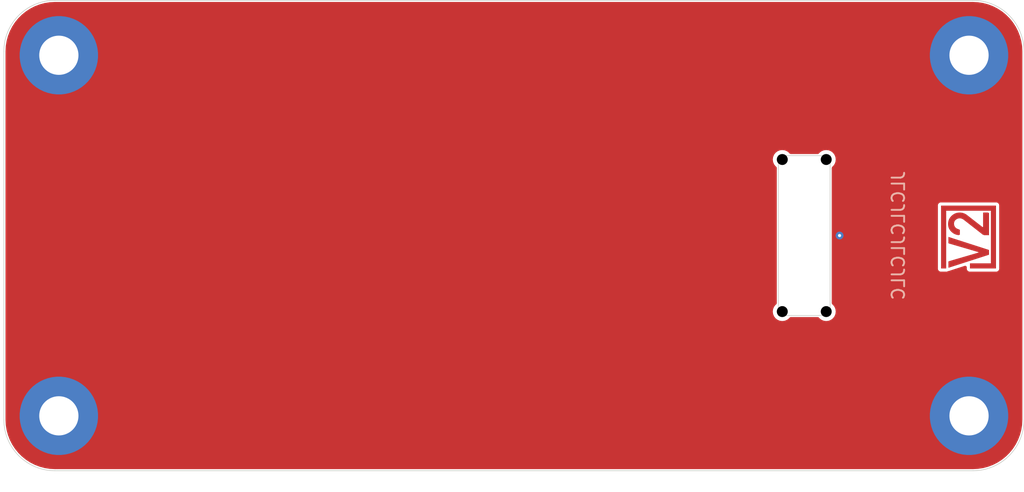
<source format=kicad_pcb>
(kicad_pcb (version 20240108) (generator "pcbnew") (generator_version "8.0")
  (title_block (date "2023-10-11") (rev "1"))
  (layers (0 "F.Cu" signal "Front") (31 "B.Cu" signal "Back") (36 "B.SilkS" user "B.Silkscreen") (37 "F.SilkS" user "F.Silkscreen") (38 "B.Mask" user) (39 "F.Mask" user) (44 "Edge.Cuts" user))
  (property "Order-Number" "JLCJLCJLCJLC")
  (net 0 "")
  (net 1 "GND")
  (footprint "V2_PCB_Devices:PCB_Button-top" (layer "F.Cu") (at 168 100)
    (property "Reference" "SWT101" (hide yes))
    (property "Value" "Button-top" (hide yes))
    (fp_line (start -1.65 -5.1) (end 1.65 -5.1) (stroke (width 0.05)) (layer "Edge.Cuts"))
    (fp_line (start -1.65 5.1) (end -1.65 -5.1) (stroke (width 0.05)) (layer "Edge.Cuts"))
    (fp_line (start 1.65 -5.1) (end 1.65 5.1) (stroke (width 0.05)) (layer "Edge.Cuts"))
    (fp_line (start 1.65 5.1) (end -1.65 5.1) (stroke (width 0.05)) (layer "Edge.Cuts"))
    (pad "" np_thru_hole circle (at -1.4 -4.85) (size 0.7 0.7) (drill 0.7) (layers "*.Mask"))
    (pad "" np_thru_hole circle (at -1.4 4.85) (size 0.7 0.7) (drill 0.7) (layers "*.Mask"))
    (pad "" np_thru_hole circle (at 1.4 -4.85) (size 0.7 0.7) (drill 0.7) (layers "*.Mask"))
    (pad "" np_thru_hole circle (at 1.4 4.85) (size 0.7 0.7) (drill 0.7) (layers "*.Mask"))
  )
  (footprint "V2_Mechanical:MountingHole_2.5mm_Pad_5mm" (layer "F.Cu") (at 178.5 111.5)
    (property "Reference" "H101" (hide yes))
    (property "Value" "Mounting_Hole" (hide yes))
    (pad "1" thru_hole custom (at 0 0) (size 5 5) (drill 2.5) (layers "*.Cu" "*.Mask") (net 1 "GND") (options (clearance outline) (anchor circle)) (primitives (gr_bbox (start -0.75 -0.75) (end 0.75 0.75) (fill no))))
  )
  (footprint "V2_Artwork:Logo_Small" (layer "F.Cu") (at 178.5 100 90)
    (property "Reference" "ICON101" (hide yes))
    (property "Value" "V2-logo" (hide yes))
    (fp_poly (pts (xy 1.91 1.7195) (xy -2.1005 1.7195) (xy -2.1005 0.0585) (xy -1.773 0.0585) (xy -1.773 1.392) (xy 1.5825 1.392) (xy 1.5825 -1.4555) (xy -2.1005 -1.4555) (xy -2.1005 -1.783) (xy 1.91 -1.783)) (fill solid) (layer "F.Cu"))
    (fp_poly (pts (xy -1.617677 -1.221322) (xy -1.084635 0.601822) (xy -1.059048 0.604213) (xy -0.526231 -1.218162) (xy -0.494416 -1.314387) (xy -0.190339 -1.314387) (xy -0.085353 -1.31286) (xy -0.918222 1.270316) (xy -1.019731 1.273487) (xy -1.223737 1.273487) (xy -2.056569 -1.309583) (xy -1.95594 -1.314387) (xy -1.651908 -1.314387)) (fill solid) (layer "F.Cu"))
    (fp_poly (pts (xy 0.862421 -1.32688) (xy 0.960344 -1.303887) (xy 1.053932 -1.266924) (xy 1.140943 -1.216397) (xy 1.219701 -1.153847) (xy 1.289786 -1.081749) (xy 1.350542 -1.001625) (xy 1.399768 -0.913898) (xy 1.435918 -0.820016) (xy 1.458468 -0.722) (xy 1.467956 -0.621911) (xy 1.465544 -0.521418) (xy 1.450928 -0.421932) (xy 1.422941 -0.325314) (xy 1.381219 -0.233761) (xy 1.32667 -0.149382) (xy 0.531352 0.87181) (xy 0.569453 0.895459) (xy 1.36796 0.895459) (xy 1.468453 0.900054) (xy 1.468453 1.206089) (xy 1.430088 1.273471) (xy 0.0225 1.273487) (xy 0.0225 0.967661) (xy 0.055771 0.877369) (xy 0.979104 -0.30523) (xy 1.038253 -0.385132) (xy 1.080844 -0.473929) (xy 1.098164 -0.570885) (xy 1.091767 -0.669077) (xy 1.059415 -0.761986) (xy 1.005396 -0.844371) (xy 0.93265 -0.91011) (xy 0.842392 -0.947991) (xy 0.744555 -0.957379) (xy 0.647511 -0.941672) (xy 0.558941 -0.899254) (xy 0.485254 -0.834228) (xy 0.432401 -0.751364) (xy 0.402317 -0.656406) (xy 0.361353 -0.584278) (xy 0.055147 -0.584278) (xy 0.02538 -0.657535) (xy 0.039764 -0.758101) (xy 0.066781 -0.854983) (xy 0.107035 -0.947172) (xy 0.159906 -1.032748) (xy 0.223839 -1.110347) (xy 0.296655 -1.179682) (xy 0.377971 -1.238903) (xy 0.467163 -1.285515) (xy 0.562602 -1.317508) (xy 0.661819 -1.334283) (xy 0.76236 -1.336756)) (fill solid) (layer "F.Cu"))
    (zone (net 0) (net_name "") (layer "F.Cu") (connect_pads (clearance 0)) (min_thickness 0.254)
      (keepout (tracks not_allowed) (vias not_allowed) (pads not_allowed) (copperpour not_allowed) (footprints allowed))
      (fill (thermal_gap 0.508) (thermal_bridge_width 0.508))
      (polygon (pts (xy 180.3415 102.2225) (xy 180.3415 97.968) (xy 176.595 97.968) (xy 176.595 102.2225) (xy 177.13475 102.2225) (xy 178.4365 101.79705) (xy 178.4365 102.2225)))
    )
  )
  (footprint "V2_Mechanical:MountingHole_2.5mm_Pad_5mm" (layer "F.Cu") (at 120.5 111.5)
    (property "Reference" "H107" (hide yes))
    (property "Value" "Mounting_Hole" (hide yes))
    (pad "1" thru_hole custom (at 0 0) (size 5 5) (drill 2.5) (layers "*.Cu" "*.Mask") (net 1 "GND") (options (clearance outline) (anchor circle)) (primitives (gr_bbox (start -0.75 -0.75) (end 0.75 0.75) (fill no))))
  )
  (footprint "V2_RaspberryPi:Zero" (layer "F.Cu") (at 117 115)
    (property "Reference" "H108" (hide yes))
    (property "Value" "Val**" (hide yes))
    (fp_line (start 0 -26.75) (end 0 -3.25) (stroke (width 0.05)) (layer "Edge.Cuts"))
    (fp_line (start 3.25 -30) (end 61.75 -30) (stroke (width 0.05)) (layer "Edge.Cuts"))
    (fp_line (start 3.25 0) (end 61.75 0) (stroke (width 0.05)) (layer "Edge.Cuts"))
    (fp_line (start 65 -26.75) (end 65 -3.25) (stroke (width 0.05)) (layer "Edge.Cuts"))
    (fp_arc (start 0 -26.75) (mid 0.951903 -29.048097) (end 3.25 -30) (stroke (width 0.05)) (layer "Edge.Cuts"))
    (fp_arc (start 3.25 0) (mid 0.951903 -0.951903) (end 0 -3.25) (stroke (width 0.05)) (layer "Edge.Cuts"))
    (fp_arc (start 61.75 -30) (mid 64.048097 -29.048097) (end 65 -26.75) (stroke (width 0.05)) (layer "Edge.Cuts"))
    (fp_arc (start 65 -3.25) (mid 64.048097 -0.951903) (end 61.75 0) (stroke (width 0.05)) (layer "Edge.Cuts"))
  )
  (footprint "V2_Mechanical:MountingHole_2.5mm_Pad_5mm" (layer "F.Cu") (at 178.5 88.5)
    (property "Reference" "H103" (hide yes))
    (property "Value" "Mounting_Hole" (hide yes))
    (pad "1" thru_hole custom (at 0 0) (size 5 5) (drill 2.5) (layers "*.Cu" "*.Mask") (net 1 "GND") (options (clearance outline) (anchor circle)) (primitives (gr_bbox (start -0.75 -0.75) (end 0.75 0.75) (fill no))))
  )
  (footprint "V2_Mechanical:MountingHole_2.5mm_Pad_5mm" (layer "F.Cu") (at 120.5 88.5)
    (property "Reference" "H105" (hide yes))
    (property "Value" "Mounting_Hole" (hide yes))
    (pad "1" thru_hole custom (at 0 0) (size 5 5) (drill 2.5) (layers "*.Cu" "*.Mask") (net 1 "GND") (options (clearance outline) (anchor circle)) (primitives (gr_bbox (start -0.75 -0.75) (end 0.75 0.75) (fill no))))
  )
  (footprint "V2_Production:Order_Number" (layer "B.Cu") (at 174 100 -90)
    (property "Reference" "INFO101" (hide yes))
    (property "Value" "ORDER-NUMBER" (hide yes))
    (fp_text user "${Order-Number}" (at 0 0 90) (layer "B.SilkS") (effects (font (size 0.8 0.8) (thickness 0.12)) (justify mirror)))
  )
  (via (at 170.25 100) (size 0.5) (drill 0.2) (layers "F.Cu" "B.Cu") (net 1))
  (zone (net 1) (net_name "GND") (layer "F.Cu") (priority 1) (connect_pads yes (clearance 0.2)) (min_thickness 0.2) (fill yes (thermal_gap 0.508) (thermal_bridge_width 0.508))
    (polygon (pts (xy 182 115) (xy 117 115) (xy 117 85) (xy 182 85)))
  )
)
</source>
